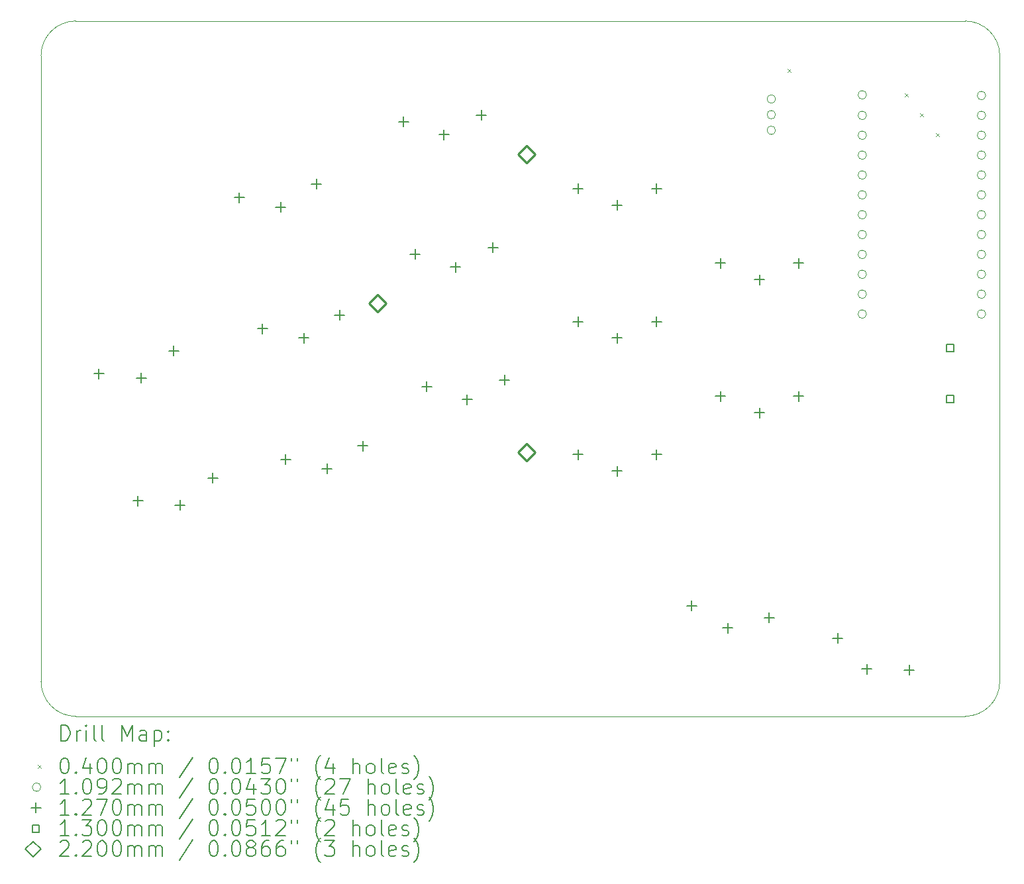
<source format=gbr>
%FSLAX45Y45*%
G04 Gerber Fmt 4.5, Leading zero omitted, Abs format (unit mm)*
G04 Created by KiCad (PCBNEW (6.0.4)) date 2022-06-17 23:20:30*
%MOMM*%
%LPD*%
G01*
G04 APERTURE LIST*
%TA.AperFunction,Profile*%
%ADD10C,0.050000*%
%TD*%
%ADD11C,0.200000*%
%ADD12C,0.040000*%
%ADD13C,0.109220*%
%ADD14C,0.127000*%
%ADD15C,0.130000*%
%ADD16C,0.220000*%
G04 APERTURE END LIST*
D10*
X16431618Y3825490D02*
X16431979Y11826325D01*
X4176475Y3825325D02*
G75*
G03*
X4620979Y3380825I444505J5D01*
G01*
X16431975Y11826325D02*
G75*
G03*
X15987479Y12270825I-444495J5D01*
G01*
X4620979Y3380825D02*
X15987118Y3380990D01*
X4176115Y11826612D02*
X4176479Y3825325D01*
X15987479Y12270825D02*
X4620615Y12271112D01*
X4620615Y12271112D02*
G75*
G03*
X4176115Y11826612I0J-444500D01*
G01*
X15987118Y3380991D02*
G75*
G03*
X16431618Y3825490I2J444499D01*
G01*
D11*
D12*
X13722043Y11656454D02*
X13762043Y11616454D01*
X13762043Y11656454D02*
X13722043Y11616454D01*
X15220000Y11345385D02*
X15260000Y11305385D01*
X15260000Y11345385D02*
X15220000Y11305385D01*
X15410459Y11089114D02*
X15450459Y11049114D01*
X15450459Y11089114D02*
X15410459Y11049114D01*
X15618978Y10834706D02*
X15658978Y10794706D01*
X15658978Y10834706D02*
X15618978Y10794706D01*
D13*
X13565589Y11273825D02*
G75*
G03*
X13565589Y11273825I-54610J0D01*
G01*
X13565589Y11073825D02*
G75*
G03*
X13565589Y11073825I-54610J0D01*
G01*
X13565589Y10873825D02*
G75*
G03*
X13565589Y10873825I-54610J0D01*
G01*
X14728331Y11326700D02*
G75*
G03*
X14728331Y11326700I-54610J0D01*
G01*
X14728331Y11064325D02*
G75*
G03*
X14728331Y11064325I-54610J0D01*
G01*
X14728331Y10810325D02*
G75*
G03*
X14728331Y10810325I-54610J0D01*
G01*
X14728331Y10556325D02*
G75*
G03*
X14728331Y10556325I-54610J0D01*
G01*
X14728331Y10302325D02*
G75*
G03*
X14728331Y10302325I-54610J0D01*
G01*
X14728331Y10048325D02*
G75*
G03*
X14728331Y10048325I-54610J0D01*
G01*
X14728331Y9794325D02*
G75*
G03*
X14728331Y9794325I-54610J0D01*
G01*
X14728331Y9540325D02*
G75*
G03*
X14728331Y9540325I-54610J0D01*
G01*
X14728331Y9286325D02*
G75*
G03*
X14728331Y9286325I-54610J0D01*
G01*
X14728331Y9032325D02*
G75*
G03*
X14728331Y9032325I-54610J0D01*
G01*
X14728331Y8778325D02*
G75*
G03*
X14728331Y8778325I-54610J0D01*
G01*
X14728331Y8524325D02*
G75*
G03*
X14728331Y8524325I-54610J0D01*
G01*
X16252331Y11318325D02*
G75*
G03*
X16252331Y11318325I-54610J0D01*
G01*
X16252331Y11064325D02*
G75*
G03*
X16252331Y11064325I-54610J0D01*
G01*
X16252331Y10810325D02*
G75*
G03*
X16252331Y10810325I-54610J0D01*
G01*
X16252331Y10556325D02*
G75*
G03*
X16252331Y10556325I-54610J0D01*
G01*
X16252331Y10302325D02*
G75*
G03*
X16252331Y10302325I-54610J0D01*
G01*
X16252331Y10048325D02*
G75*
G03*
X16252331Y10048325I-54610J0D01*
G01*
X16252331Y9794325D02*
G75*
G03*
X16252331Y9794325I-54610J0D01*
G01*
X16252331Y9540325D02*
G75*
G03*
X16252331Y9540325I-54610J0D01*
G01*
X16252331Y9286325D02*
G75*
G03*
X16252331Y9286325I-54610J0D01*
G01*
X16252331Y9032325D02*
G75*
G03*
X16252331Y9032325I-54610J0D01*
G01*
X16252331Y8778325D02*
G75*
G03*
X16252331Y8778325I-54610J0D01*
G01*
X16252331Y8524325D02*
G75*
G03*
X16252331Y8524325I-54610J0D01*
G01*
D14*
X4917175Y7826915D02*
X4917175Y7699915D01*
X4853675Y7763415D02*
X4980675Y7763415D01*
X5414207Y6201196D02*
X5414207Y6074196D01*
X5350707Y6137696D02*
X5477707Y6137696D01*
X5456725Y7772276D02*
X5456725Y7645276D01*
X5393225Y7708776D02*
X5520225Y7708776D01*
X5873479Y8119286D02*
X5873479Y7992286D01*
X5809979Y8055786D02*
X5936979Y8055786D01*
X5953757Y6146558D02*
X5953757Y6019558D01*
X5890257Y6083058D02*
X6017257Y6083058D01*
X6370511Y6493568D02*
X6370511Y6366568D01*
X6307011Y6430068D02*
X6434011Y6430068D01*
X6712293Y10076956D02*
X6712293Y9949956D01*
X6648793Y10013456D02*
X6775793Y10013456D01*
X7007495Y8402783D02*
X7007495Y8275782D01*
X6943995Y8339282D02*
X7070995Y8339282D01*
X7241163Y9956970D02*
X7241163Y9829970D01*
X7177663Y9893470D02*
X7304663Y9893470D01*
X7302697Y6728609D02*
X7302697Y6601609D01*
X7239197Y6665109D02*
X7366197Y6665109D01*
X7536365Y8282797D02*
X7536365Y8155797D01*
X7472865Y8219297D02*
X7599865Y8219297D01*
X7697101Y10250604D02*
X7697101Y10123604D01*
X7633601Y10187104D02*
X7760601Y10187104D01*
X7831567Y6608624D02*
X7831567Y6481624D01*
X7768067Y6545124D02*
X7895067Y6545124D01*
X7992303Y8576431D02*
X7992303Y8449431D01*
X7928803Y8512931D02*
X8055803Y8512931D01*
X8287505Y6902257D02*
X8287505Y6775257D01*
X8224005Y6838757D02*
X8351005Y6838757D01*
X8809021Y11046316D02*
X8809021Y10919316D01*
X8745521Y10982816D02*
X8872521Y10982816D01*
X8957186Y9352785D02*
X8957186Y9225785D01*
X8893686Y9289285D02*
X9020686Y9289285D01*
X9105351Y7659254D02*
X9105351Y7532254D01*
X9041851Y7595754D02*
X9168851Y7595754D01*
X9325422Y10880693D02*
X9325422Y10753693D01*
X9261922Y10817193D02*
X9388922Y10817193D01*
X9473586Y9187162D02*
X9473586Y9060162D01*
X9410086Y9123662D02*
X9537086Y9123662D01*
X9621751Y7493631D02*
X9621751Y7366631D01*
X9558251Y7430131D02*
X9685251Y7430131D01*
X9805216Y11133472D02*
X9805216Y11006472D01*
X9741716Y11069972D02*
X9868716Y11069972D01*
X9953381Y9439941D02*
X9953381Y9312941D01*
X9889881Y9376441D02*
X10016881Y9376441D01*
X10101546Y7746410D02*
X10101546Y7619410D01*
X10038046Y7682910D02*
X10165046Y7682910D01*
X11042479Y10191225D02*
X11042479Y10064225D01*
X10978979Y10127725D02*
X11105979Y10127725D01*
X11042479Y8491225D02*
X11042479Y8364225D01*
X10978979Y8427725D02*
X11105979Y8427725D01*
X11042479Y6791225D02*
X11042479Y6664225D01*
X10978979Y6727725D02*
X11105979Y6727725D01*
X11542479Y9981225D02*
X11542479Y9854225D01*
X11478979Y9917725D02*
X11605979Y9917725D01*
X11542479Y8281225D02*
X11542479Y8154225D01*
X11478979Y8217725D02*
X11605979Y8217725D01*
X11542479Y6581225D02*
X11542479Y6454225D01*
X11478979Y6517725D02*
X11605979Y6517725D01*
X12042479Y10191225D02*
X12042479Y10064225D01*
X11978979Y10127725D02*
X12105979Y10127725D01*
X12042479Y8491225D02*
X12042479Y8364225D01*
X11978979Y8427725D02*
X12105979Y8427725D01*
X12042479Y6791225D02*
X12042479Y6664225D01*
X11978979Y6727725D02*
X12105979Y6727725D01*
X12494322Y4860097D02*
X12494322Y4733097D01*
X12430822Y4796597D02*
X12557822Y4796597D01*
X12859949Y9237949D02*
X12859949Y9110949D01*
X12796449Y9174449D02*
X12923449Y9174449D01*
X12859949Y7537949D02*
X12859949Y7410949D01*
X12796449Y7474449D02*
X12923449Y7474449D01*
X12955315Y4574465D02*
X12955315Y4447465D01*
X12891815Y4510965D02*
X13018815Y4510965D01*
X13359949Y9027949D02*
X13359949Y8900949D01*
X13296449Y8964449D02*
X13423449Y8964449D01*
X13359949Y7327949D02*
X13359949Y7200949D01*
X13296449Y7264449D02*
X13423449Y7264449D01*
X13482011Y4703662D02*
X13482011Y4576662D01*
X13418511Y4640162D02*
X13545511Y4640162D01*
X13859949Y9237949D02*
X13859949Y9110949D01*
X13796449Y9174449D02*
X13923449Y9174449D01*
X13859949Y7537949D02*
X13859949Y7410949D01*
X13796449Y7474449D02*
X13923449Y7474449D01*
X14360146Y4443546D02*
X14360146Y4316546D01*
X14296646Y4380046D02*
X14423646Y4380046D01*
X14731504Y4048334D02*
X14731504Y3921334D01*
X14668004Y3984834D02*
X14795004Y3984834D01*
X15273692Y4036810D02*
X15273692Y3909810D01*
X15210192Y3973310D02*
X15337192Y3973310D01*
D15*
X15842941Y8041363D02*
X15842941Y8133288D01*
X15751017Y8133288D01*
X15751017Y8041363D01*
X15842941Y8041363D01*
X15842941Y7391363D02*
X15842941Y7483288D01*
X15751017Y7483288D01*
X15751017Y7391363D01*
X15842941Y7391363D01*
D16*
X8476092Y8554025D02*
X8586092Y8664025D01*
X8476092Y8774025D01*
X8366092Y8664025D01*
X8476092Y8554025D01*
X10381092Y10459025D02*
X10491092Y10569025D01*
X10381092Y10679025D01*
X10271092Y10569025D01*
X10381092Y10459025D01*
X10381092Y6649025D02*
X10491092Y6759025D01*
X10381092Y6869025D01*
X10271092Y6759025D01*
X10381092Y6649025D01*
D11*
X4431234Y3067849D02*
X4431234Y3267849D01*
X4478853Y3267849D01*
X4507424Y3258325D01*
X4526472Y3239278D01*
X4535996Y3220230D01*
X4545520Y3182135D01*
X4545520Y3153563D01*
X4535996Y3115468D01*
X4526472Y3096421D01*
X4507424Y3077373D01*
X4478853Y3067849D01*
X4431234Y3067849D01*
X4631234Y3067849D02*
X4631234Y3201182D01*
X4631234Y3163087D02*
X4640758Y3182135D01*
X4650282Y3191659D01*
X4669329Y3201182D01*
X4688377Y3201182D01*
X4755043Y3067849D02*
X4755043Y3201182D01*
X4755043Y3267849D02*
X4745520Y3258325D01*
X4755043Y3248801D01*
X4764567Y3258325D01*
X4755043Y3267849D01*
X4755043Y3248801D01*
X4878853Y3067849D02*
X4859805Y3077373D01*
X4850282Y3096421D01*
X4850282Y3267849D01*
X4983615Y3067849D02*
X4964567Y3077373D01*
X4955043Y3096421D01*
X4955043Y3267849D01*
X5212186Y3067849D02*
X5212186Y3267849D01*
X5278853Y3124992D01*
X5345520Y3267849D01*
X5345520Y3067849D01*
X5526472Y3067849D02*
X5526472Y3172611D01*
X5516948Y3191659D01*
X5497901Y3201182D01*
X5459805Y3201182D01*
X5440758Y3191659D01*
X5526472Y3077373D02*
X5507424Y3067849D01*
X5459805Y3067849D01*
X5440758Y3077373D01*
X5431234Y3096421D01*
X5431234Y3115468D01*
X5440758Y3134516D01*
X5459805Y3144040D01*
X5507424Y3144040D01*
X5526472Y3153563D01*
X5621710Y3201182D02*
X5621710Y3001182D01*
X5621710Y3191659D02*
X5640758Y3201182D01*
X5678853Y3201182D01*
X5697901Y3191659D01*
X5707424Y3182135D01*
X5716948Y3163087D01*
X5716948Y3105944D01*
X5707424Y3086897D01*
X5697901Y3077373D01*
X5678853Y3067849D01*
X5640758Y3067849D01*
X5621710Y3077373D01*
X5802662Y3086897D02*
X5812186Y3077373D01*
X5802662Y3067849D01*
X5793139Y3077373D01*
X5802662Y3086897D01*
X5802662Y3067849D01*
X5802662Y3191659D02*
X5812186Y3182135D01*
X5802662Y3172611D01*
X5793139Y3182135D01*
X5802662Y3191659D01*
X5802662Y3172611D01*
D12*
X4133615Y2758325D02*
X4173615Y2718325D01*
X4173615Y2758325D02*
X4133615Y2718325D01*
D11*
X4469329Y2847849D02*
X4488377Y2847849D01*
X4507424Y2838325D01*
X4516948Y2828801D01*
X4526472Y2809754D01*
X4535996Y2771659D01*
X4535996Y2724040D01*
X4526472Y2685944D01*
X4516948Y2666897D01*
X4507424Y2657373D01*
X4488377Y2647849D01*
X4469329Y2647849D01*
X4450282Y2657373D01*
X4440758Y2666897D01*
X4431234Y2685944D01*
X4421710Y2724040D01*
X4421710Y2771659D01*
X4431234Y2809754D01*
X4440758Y2828801D01*
X4450282Y2838325D01*
X4469329Y2847849D01*
X4621710Y2666897D02*
X4631234Y2657373D01*
X4621710Y2647849D01*
X4612186Y2657373D01*
X4621710Y2666897D01*
X4621710Y2647849D01*
X4802663Y2781183D02*
X4802663Y2647849D01*
X4755043Y2857373D02*
X4707424Y2714516D01*
X4831234Y2714516D01*
X4945520Y2847849D02*
X4964567Y2847849D01*
X4983615Y2838325D01*
X4993139Y2828801D01*
X5002663Y2809754D01*
X5012186Y2771659D01*
X5012186Y2724040D01*
X5002663Y2685944D01*
X4993139Y2666897D01*
X4983615Y2657373D01*
X4964567Y2647849D01*
X4945520Y2647849D01*
X4926472Y2657373D01*
X4916948Y2666897D01*
X4907424Y2685944D01*
X4897901Y2724040D01*
X4897901Y2771659D01*
X4907424Y2809754D01*
X4916948Y2828801D01*
X4926472Y2838325D01*
X4945520Y2847849D01*
X5135996Y2847849D02*
X5155043Y2847849D01*
X5174091Y2838325D01*
X5183615Y2828801D01*
X5193139Y2809754D01*
X5202663Y2771659D01*
X5202663Y2724040D01*
X5193139Y2685944D01*
X5183615Y2666897D01*
X5174091Y2657373D01*
X5155043Y2647849D01*
X5135996Y2647849D01*
X5116948Y2657373D01*
X5107424Y2666897D01*
X5097901Y2685944D01*
X5088377Y2724040D01*
X5088377Y2771659D01*
X5097901Y2809754D01*
X5107424Y2828801D01*
X5116948Y2838325D01*
X5135996Y2847849D01*
X5288377Y2647849D02*
X5288377Y2781183D01*
X5288377Y2762135D02*
X5297901Y2771659D01*
X5316948Y2781183D01*
X5345520Y2781183D01*
X5364567Y2771659D01*
X5374091Y2752611D01*
X5374091Y2647849D01*
X5374091Y2752611D02*
X5383615Y2771659D01*
X5402663Y2781183D01*
X5431234Y2781183D01*
X5450282Y2771659D01*
X5459805Y2752611D01*
X5459805Y2647849D01*
X5555043Y2647849D02*
X5555043Y2781183D01*
X5555043Y2762135D02*
X5564567Y2771659D01*
X5583615Y2781183D01*
X5612186Y2781183D01*
X5631234Y2771659D01*
X5640758Y2752611D01*
X5640758Y2647849D01*
X5640758Y2752611D02*
X5650281Y2771659D01*
X5669329Y2781183D01*
X5697901Y2781183D01*
X5716948Y2771659D01*
X5726472Y2752611D01*
X5726472Y2647849D01*
X6116948Y2857373D02*
X5945520Y2600230D01*
X6374091Y2847849D02*
X6393139Y2847849D01*
X6412186Y2838325D01*
X6421710Y2828801D01*
X6431234Y2809754D01*
X6440758Y2771659D01*
X6440758Y2724040D01*
X6431234Y2685944D01*
X6421710Y2666897D01*
X6412186Y2657373D01*
X6393139Y2647849D01*
X6374091Y2647849D01*
X6355043Y2657373D01*
X6345520Y2666897D01*
X6335996Y2685944D01*
X6326472Y2724040D01*
X6326472Y2771659D01*
X6335996Y2809754D01*
X6345520Y2828801D01*
X6355043Y2838325D01*
X6374091Y2847849D01*
X6526472Y2666897D02*
X6535996Y2657373D01*
X6526472Y2647849D01*
X6516948Y2657373D01*
X6526472Y2666897D01*
X6526472Y2647849D01*
X6659805Y2847849D02*
X6678853Y2847849D01*
X6697901Y2838325D01*
X6707424Y2828801D01*
X6716948Y2809754D01*
X6726472Y2771659D01*
X6726472Y2724040D01*
X6716948Y2685944D01*
X6707424Y2666897D01*
X6697901Y2657373D01*
X6678853Y2647849D01*
X6659805Y2647849D01*
X6640758Y2657373D01*
X6631234Y2666897D01*
X6621710Y2685944D01*
X6612186Y2724040D01*
X6612186Y2771659D01*
X6621710Y2809754D01*
X6631234Y2828801D01*
X6640758Y2838325D01*
X6659805Y2847849D01*
X6916948Y2647849D02*
X6802662Y2647849D01*
X6859805Y2647849D02*
X6859805Y2847849D01*
X6840758Y2819278D01*
X6821710Y2800230D01*
X6802662Y2790706D01*
X7097901Y2847849D02*
X7002662Y2847849D01*
X6993139Y2752611D01*
X7002662Y2762135D01*
X7021710Y2771659D01*
X7069329Y2771659D01*
X7088377Y2762135D01*
X7097901Y2752611D01*
X7107424Y2733563D01*
X7107424Y2685944D01*
X7097901Y2666897D01*
X7088377Y2657373D01*
X7069329Y2647849D01*
X7021710Y2647849D01*
X7002662Y2657373D01*
X6993139Y2666897D01*
X7174091Y2847849D02*
X7307424Y2847849D01*
X7221710Y2647849D01*
X7374091Y2847849D02*
X7374091Y2809754D01*
X7450281Y2847849D02*
X7450281Y2809754D01*
X7745520Y2571659D02*
X7735996Y2581183D01*
X7716948Y2609754D01*
X7707424Y2628802D01*
X7697901Y2657373D01*
X7688377Y2704992D01*
X7688377Y2743087D01*
X7697901Y2790706D01*
X7707424Y2819278D01*
X7716948Y2838325D01*
X7735996Y2866897D01*
X7745520Y2876421D01*
X7907424Y2781183D02*
X7907424Y2647849D01*
X7859805Y2857373D02*
X7812186Y2714516D01*
X7935996Y2714516D01*
X8164567Y2647849D02*
X8164567Y2847849D01*
X8250281Y2647849D02*
X8250281Y2752611D01*
X8240758Y2771659D01*
X8221710Y2781183D01*
X8193139Y2781183D01*
X8174091Y2771659D01*
X8164567Y2762135D01*
X8374091Y2647849D02*
X8355043Y2657373D01*
X8345520Y2666897D01*
X8335996Y2685944D01*
X8335996Y2743087D01*
X8345520Y2762135D01*
X8355043Y2771659D01*
X8374091Y2781183D01*
X8402663Y2781183D01*
X8421710Y2771659D01*
X8431234Y2762135D01*
X8440758Y2743087D01*
X8440758Y2685944D01*
X8431234Y2666897D01*
X8421710Y2657373D01*
X8402663Y2647849D01*
X8374091Y2647849D01*
X8555043Y2647849D02*
X8535996Y2657373D01*
X8526472Y2676421D01*
X8526472Y2847849D01*
X8707424Y2657373D02*
X8688377Y2647849D01*
X8650282Y2647849D01*
X8631234Y2657373D01*
X8621710Y2676421D01*
X8621710Y2752611D01*
X8631234Y2771659D01*
X8650282Y2781183D01*
X8688377Y2781183D01*
X8707424Y2771659D01*
X8716948Y2752611D01*
X8716948Y2733563D01*
X8621710Y2714516D01*
X8793139Y2657373D02*
X8812186Y2647849D01*
X8850282Y2647849D01*
X8869329Y2657373D01*
X8878853Y2676421D01*
X8878853Y2685944D01*
X8869329Y2704992D01*
X8850282Y2714516D01*
X8821710Y2714516D01*
X8802663Y2724040D01*
X8793139Y2743087D01*
X8793139Y2752611D01*
X8802663Y2771659D01*
X8821710Y2781183D01*
X8850282Y2781183D01*
X8869329Y2771659D01*
X8945520Y2571659D02*
X8955043Y2581183D01*
X8974091Y2609754D01*
X8983615Y2628802D01*
X8993139Y2657373D01*
X9002663Y2704992D01*
X9002663Y2743087D01*
X8993139Y2790706D01*
X8983615Y2819278D01*
X8974091Y2838325D01*
X8955043Y2866897D01*
X8945520Y2876421D01*
D13*
X4173615Y2474325D02*
G75*
G03*
X4173615Y2474325I-54610J0D01*
G01*
D11*
X4535996Y2383849D02*
X4421710Y2383849D01*
X4478853Y2383849D02*
X4478853Y2583849D01*
X4459805Y2555278D01*
X4440758Y2536230D01*
X4421710Y2526706D01*
X4621710Y2402897D02*
X4631234Y2393373D01*
X4621710Y2383849D01*
X4612186Y2393373D01*
X4621710Y2402897D01*
X4621710Y2383849D01*
X4755043Y2583849D02*
X4774091Y2583849D01*
X4793139Y2574325D01*
X4802663Y2564802D01*
X4812186Y2545754D01*
X4821710Y2507659D01*
X4821710Y2460040D01*
X4812186Y2421944D01*
X4802663Y2402897D01*
X4793139Y2393373D01*
X4774091Y2383849D01*
X4755043Y2383849D01*
X4735996Y2393373D01*
X4726472Y2402897D01*
X4716948Y2421944D01*
X4707424Y2460040D01*
X4707424Y2507659D01*
X4716948Y2545754D01*
X4726472Y2564802D01*
X4735996Y2574325D01*
X4755043Y2583849D01*
X4916948Y2383849D02*
X4955043Y2383849D01*
X4974091Y2393373D01*
X4983615Y2402897D01*
X5002663Y2431468D01*
X5012186Y2469563D01*
X5012186Y2545754D01*
X5002663Y2564802D01*
X4993139Y2574325D01*
X4974091Y2583849D01*
X4935996Y2583849D01*
X4916948Y2574325D01*
X4907424Y2564802D01*
X4897901Y2545754D01*
X4897901Y2498135D01*
X4907424Y2479087D01*
X4916948Y2469563D01*
X4935996Y2460040D01*
X4974091Y2460040D01*
X4993139Y2469563D01*
X5002663Y2479087D01*
X5012186Y2498135D01*
X5088377Y2564802D02*
X5097901Y2574325D01*
X5116948Y2583849D01*
X5164567Y2583849D01*
X5183615Y2574325D01*
X5193139Y2564802D01*
X5202663Y2545754D01*
X5202663Y2526706D01*
X5193139Y2498135D01*
X5078853Y2383849D01*
X5202663Y2383849D01*
X5288377Y2383849D02*
X5288377Y2517183D01*
X5288377Y2498135D02*
X5297901Y2507659D01*
X5316948Y2517183D01*
X5345520Y2517183D01*
X5364567Y2507659D01*
X5374091Y2488611D01*
X5374091Y2383849D01*
X5374091Y2488611D02*
X5383615Y2507659D01*
X5402663Y2517183D01*
X5431234Y2517183D01*
X5450282Y2507659D01*
X5459805Y2488611D01*
X5459805Y2383849D01*
X5555043Y2383849D02*
X5555043Y2517183D01*
X5555043Y2498135D02*
X5564567Y2507659D01*
X5583615Y2517183D01*
X5612186Y2517183D01*
X5631234Y2507659D01*
X5640758Y2488611D01*
X5640758Y2383849D01*
X5640758Y2488611D02*
X5650281Y2507659D01*
X5669329Y2517183D01*
X5697901Y2517183D01*
X5716948Y2507659D01*
X5726472Y2488611D01*
X5726472Y2383849D01*
X6116948Y2593373D02*
X5945520Y2336230D01*
X6374091Y2583849D02*
X6393139Y2583849D01*
X6412186Y2574325D01*
X6421710Y2564802D01*
X6431234Y2545754D01*
X6440758Y2507659D01*
X6440758Y2460040D01*
X6431234Y2421944D01*
X6421710Y2402897D01*
X6412186Y2393373D01*
X6393139Y2383849D01*
X6374091Y2383849D01*
X6355043Y2393373D01*
X6345520Y2402897D01*
X6335996Y2421944D01*
X6326472Y2460040D01*
X6326472Y2507659D01*
X6335996Y2545754D01*
X6345520Y2564802D01*
X6355043Y2574325D01*
X6374091Y2583849D01*
X6526472Y2402897D02*
X6535996Y2393373D01*
X6526472Y2383849D01*
X6516948Y2393373D01*
X6526472Y2402897D01*
X6526472Y2383849D01*
X6659805Y2583849D02*
X6678853Y2583849D01*
X6697901Y2574325D01*
X6707424Y2564802D01*
X6716948Y2545754D01*
X6726472Y2507659D01*
X6726472Y2460040D01*
X6716948Y2421944D01*
X6707424Y2402897D01*
X6697901Y2393373D01*
X6678853Y2383849D01*
X6659805Y2383849D01*
X6640758Y2393373D01*
X6631234Y2402897D01*
X6621710Y2421944D01*
X6612186Y2460040D01*
X6612186Y2507659D01*
X6621710Y2545754D01*
X6631234Y2564802D01*
X6640758Y2574325D01*
X6659805Y2583849D01*
X6897901Y2517183D02*
X6897901Y2383849D01*
X6850281Y2593373D02*
X6802662Y2450516D01*
X6926472Y2450516D01*
X6983615Y2583849D02*
X7107424Y2583849D01*
X7040758Y2507659D01*
X7069329Y2507659D01*
X7088377Y2498135D01*
X7097901Y2488611D01*
X7107424Y2469563D01*
X7107424Y2421944D01*
X7097901Y2402897D01*
X7088377Y2393373D01*
X7069329Y2383849D01*
X7012186Y2383849D01*
X6993139Y2393373D01*
X6983615Y2402897D01*
X7231234Y2583849D02*
X7250281Y2583849D01*
X7269329Y2574325D01*
X7278853Y2564802D01*
X7288377Y2545754D01*
X7297901Y2507659D01*
X7297901Y2460040D01*
X7288377Y2421944D01*
X7278853Y2402897D01*
X7269329Y2393373D01*
X7250281Y2383849D01*
X7231234Y2383849D01*
X7212186Y2393373D01*
X7202662Y2402897D01*
X7193139Y2421944D01*
X7183615Y2460040D01*
X7183615Y2507659D01*
X7193139Y2545754D01*
X7202662Y2564802D01*
X7212186Y2574325D01*
X7231234Y2583849D01*
X7374091Y2583849D02*
X7374091Y2545754D01*
X7450281Y2583849D02*
X7450281Y2545754D01*
X7745520Y2307659D02*
X7735996Y2317183D01*
X7716948Y2345754D01*
X7707424Y2364802D01*
X7697901Y2393373D01*
X7688377Y2440992D01*
X7688377Y2479087D01*
X7697901Y2526706D01*
X7707424Y2555278D01*
X7716948Y2574325D01*
X7735996Y2602897D01*
X7745520Y2612421D01*
X7812186Y2564802D02*
X7821710Y2574325D01*
X7840758Y2583849D01*
X7888377Y2583849D01*
X7907424Y2574325D01*
X7916948Y2564802D01*
X7926472Y2545754D01*
X7926472Y2526706D01*
X7916948Y2498135D01*
X7802662Y2383849D01*
X7926472Y2383849D01*
X7993139Y2583849D02*
X8126472Y2583849D01*
X8040758Y2383849D01*
X8355043Y2383849D02*
X8355043Y2583849D01*
X8440758Y2383849D02*
X8440758Y2488611D01*
X8431234Y2507659D01*
X8412186Y2517183D01*
X8383615Y2517183D01*
X8364567Y2507659D01*
X8355043Y2498135D01*
X8564567Y2383849D02*
X8545520Y2393373D01*
X8535996Y2402897D01*
X8526472Y2421944D01*
X8526472Y2479087D01*
X8535996Y2498135D01*
X8545520Y2507659D01*
X8564567Y2517183D01*
X8593139Y2517183D01*
X8612186Y2507659D01*
X8621710Y2498135D01*
X8631234Y2479087D01*
X8631234Y2421944D01*
X8621710Y2402897D01*
X8612186Y2393373D01*
X8593139Y2383849D01*
X8564567Y2383849D01*
X8745520Y2383849D02*
X8726472Y2393373D01*
X8716948Y2412421D01*
X8716948Y2583849D01*
X8897901Y2393373D02*
X8878853Y2383849D01*
X8840758Y2383849D01*
X8821710Y2393373D01*
X8812186Y2412421D01*
X8812186Y2488611D01*
X8821710Y2507659D01*
X8840758Y2517183D01*
X8878853Y2517183D01*
X8897901Y2507659D01*
X8907424Y2488611D01*
X8907424Y2469563D01*
X8812186Y2450516D01*
X8983615Y2393373D02*
X9002663Y2383849D01*
X9040758Y2383849D01*
X9059805Y2393373D01*
X9069329Y2412421D01*
X9069329Y2421944D01*
X9059805Y2440992D01*
X9040758Y2450516D01*
X9012186Y2450516D01*
X8993139Y2460040D01*
X8983615Y2479087D01*
X8983615Y2488611D01*
X8993139Y2507659D01*
X9012186Y2517183D01*
X9040758Y2517183D01*
X9059805Y2507659D01*
X9135996Y2307659D02*
X9145520Y2317183D01*
X9164567Y2345754D01*
X9174091Y2364802D01*
X9183615Y2393373D01*
X9193139Y2440992D01*
X9193139Y2479087D01*
X9183615Y2526706D01*
X9174091Y2555278D01*
X9164567Y2574325D01*
X9145520Y2602897D01*
X9135996Y2612421D01*
D14*
X4110115Y2273825D02*
X4110115Y2146825D01*
X4046615Y2210325D02*
X4173615Y2210325D01*
D11*
X4535996Y2119849D02*
X4421710Y2119849D01*
X4478853Y2119849D02*
X4478853Y2319849D01*
X4459805Y2291278D01*
X4440758Y2272230D01*
X4421710Y2262706D01*
X4621710Y2138897D02*
X4631234Y2129373D01*
X4621710Y2119849D01*
X4612186Y2129373D01*
X4621710Y2138897D01*
X4621710Y2119849D01*
X4707424Y2300802D02*
X4716948Y2310325D01*
X4735996Y2319849D01*
X4783615Y2319849D01*
X4802663Y2310325D01*
X4812186Y2300802D01*
X4821710Y2281754D01*
X4821710Y2262706D01*
X4812186Y2234135D01*
X4697901Y2119849D01*
X4821710Y2119849D01*
X4888377Y2319849D02*
X5021710Y2319849D01*
X4935996Y2119849D01*
X5135996Y2319849D02*
X5155043Y2319849D01*
X5174091Y2310325D01*
X5183615Y2300802D01*
X5193139Y2281754D01*
X5202663Y2243659D01*
X5202663Y2196040D01*
X5193139Y2157944D01*
X5183615Y2138897D01*
X5174091Y2129373D01*
X5155043Y2119849D01*
X5135996Y2119849D01*
X5116948Y2129373D01*
X5107424Y2138897D01*
X5097901Y2157944D01*
X5088377Y2196040D01*
X5088377Y2243659D01*
X5097901Y2281754D01*
X5107424Y2300802D01*
X5116948Y2310325D01*
X5135996Y2319849D01*
X5288377Y2119849D02*
X5288377Y2253183D01*
X5288377Y2234135D02*
X5297901Y2243659D01*
X5316948Y2253183D01*
X5345520Y2253183D01*
X5364567Y2243659D01*
X5374091Y2224611D01*
X5374091Y2119849D01*
X5374091Y2224611D02*
X5383615Y2243659D01*
X5402663Y2253183D01*
X5431234Y2253183D01*
X5450282Y2243659D01*
X5459805Y2224611D01*
X5459805Y2119849D01*
X5555043Y2119849D02*
X5555043Y2253183D01*
X5555043Y2234135D02*
X5564567Y2243659D01*
X5583615Y2253183D01*
X5612186Y2253183D01*
X5631234Y2243659D01*
X5640758Y2224611D01*
X5640758Y2119849D01*
X5640758Y2224611D02*
X5650281Y2243659D01*
X5669329Y2253183D01*
X5697901Y2253183D01*
X5716948Y2243659D01*
X5726472Y2224611D01*
X5726472Y2119849D01*
X6116948Y2329373D02*
X5945520Y2072230D01*
X6374091Y2319849D02*
X6393139Y2319849D01*
X6412186Y2310325D01*
X6421710Y2300802D01*
X6431234Y2281754D01*
X6440758Y2243659D01*
X6440758Y2196040D01*
X6431234Y2157944D01*
X6421710Y2138897D01*
X6412186Y2129373D01*
X6393139Y2119849D01*
X6374091Y2119849D01*
X6355043Y2129373D01*
X6345520Y2138897D01*
X6335996Y2157944D01*
X6326472Y2196040D01*
X6326472Y2243659D01*
X6335996Y2281754D01*
X6345520Y2300802D01*
X6355043Y2310325D01*
X6374091Y2319849D01*
X6526472Y2138897D02*
X6535996Y2129373D01*
X6526472Y2119849D01*
X6516948Y2129373D01*
X6526472Y2138897D01*
X6526472Y2119849D01*
X6659805Y2319849D02*
X6678853Y2319849D01*
X6697901Y2310325D01*
X6707424Y2300802D01*
X6716948Y2281754D01*
X6726472Y2243659D01*
X6726472Y2196040D01*
X6716948Y2157944D01*
X6707424Y2138897D01*
X6697901Y2129373D01*
X6678853Y2119849D01*
X6659805Y2119849D01*
X6640758Y2129373D01*
X6631234Y2138897D01*
X6621710Y2157944D01*
X6612186Y2196040D01*
X6612186Y2243659D01*
X6621710Y2281754D01*
X6631234Y2300802D01*
X6640758Y2310325D01*
X6659805Y2319849D01*
X6907424Y2319849D02*
X6812186Y2319849D01*
X6802662Y2224611D01*
X6812186Y2234135D01*
X6831234Y2243659D01*
X6878853Y2243659D01*
X6897901Y2234135D01*
X6907424Y2224611D01*
X6916948Y2205563D01*
X6916948Y2157944D01*
X6907424Y2138897D01*
X6897901Y2129373D01*
X6878853Y2119849D01*
X6831234Y2119849D01*
X6812186Y2129373D01*
X6802662Y2138897D01*
X7040758Y2319849D02*
X7059805Y2319849D01*
X7078853Y2310325D01*
X7088377Y2300802D01*
X7097901Y2281754D01*
X7107424Y2243659D01*
X7107424Y2196040D01*
X7097901Y2157944D01*
X7088377Y2138897D01*
X7078853Y2129373D01*
X7059805Y2119849D01*
X7040758Y2119849D01*
X7021710Y2129373D01*
X7012186Y2138897D01*
X7002662Y2157944D01*
X6993139Y2196040D01*
X6993139Y2243659D01*
X7002662Y2281754D01*
X7012186Y2300802D01*
X7021710Y2310325D01*
X7040758Y2319849D01*
X7231234Y2319849D02*
X7250281Y2319849D01*
X7269329Y2310325D01*
X7278853Y2300802D01*
X7288377Y2281754D01*
X7297901Y2243659D01*
X7297901Y2196040D01*
X7288377Y2157944D01*
X7278853Y2138897D01*
X7269329Y2129373D01*
X7250281Y2119849D01*
X7231234Y2119849D01*
X7212186Y2129373D01*
X7202662Y2138897D01*
X7193139Y2157944D01*
X7183615Y2196040D01*
X7183615Y2243659D01*
X7193139Y2281754D01*
X7202662Y2300802D01*
X7212186Y2310325D01*
X7231234Y2319849D01*
X7374091Y2319849D02*
X7374091Y2281754D01*
X7450281Y2319849D02*
X7450281Y2281754D01*
X7745520Y2043659D02*
X7735996Y2053182D01*
X7716948Y2081754D01*
X7707424Y2100802D01*
X7697901Y2129373D01*
X7688377Y2176992D01*
X7688377Y2215087D01*
X7697901Y2262706D01*
X7707424Y2291278D01*
X7716948Y2310325D01*
X7735996Y2338897D01*
X7745520Y2348421D01*
X7907424Y2253183D02*
X7907424Y2119849D01*
X7859805Y2329373D02*
X7812186Y2186516D01*
X7935996Y2186516D01*
X8107424Y2319849D02*
X8012186Y2319849D01*
X8002662Y2224611D01*
X8012186Y2234135D01*
X8031234Y2243659D01*
X8078853Y2243659D01*
X8097901Y2234135D01*
X8107424Y2224611D01*
X8116948Y2205563D01*
X8116948Y2157944D01*
X8107424Y2138897D01*
X8097901Y2129373D01*
X8078853Y2119849D01*
X8031234Y2119849D01*
X8012186Y2129373D01*
X8002662Y2138897D01*
X8355043Y2119849D02*
X8355043Y2319849D01*
X8440758Y2119849D02*
X8440758Y2224611D01*
X8431234Y2243659D01*
X8412186Y2253183D01*
X8383615Y2253183D01*
X8364567Y2243659D01*
X8355043Y2234135D01*
X8564567Y2119849D02*
X8545520Y2129373D01*
X8535996Y2138897D01*
X8526472Y2157944D01*
X8526472Y2215087D01*
X8535996Y2234135D01*
X8545520Y2243659D01*
X8564567Y2253183D01*
X8593139Y2253183D01*
X8612186Y2243659D01*
X8621710Y2234135D01*
X8631234Y2215087D01*
X8631234Y2157944D01*
X8621710Y2138897D01*
X8612186Y2129373D01*
X8593139Y2119849D01*
X8564567Y2119849D01*
X8745520Y2119849D02*
X8726472Y2129373D01*
X8716948Y2148421D01*
X8716948Y2319849D01*
X8897901Y2129373D02*
X8878853Y2119849D01*
X8840758Y2119849D01*
X8821710Y2129373D01*
X8812186Y2148421D01*
X8812186Y2224611D01*
X8821710Y2243659D01*
X8840758Y2253183D01*
X8878853Y2253183D01*
X8897901Y2243659D01*
X8907424Y2224611D01*
X8907424Y2205563D01*
X8812186Y2186516D01*
X8983615Y2129373D02*
X9002663Y2119849D01*
X9040758Y2119849D01*
X9059805Y2129373D01*
X9069329Y2148421D01*
X9069329Y2157944D01*
X9059805Y2176992D01*
X9040758Y2186516D01*
X9012186Y2186516D01*
X8993139Y2196040D01*
X8983615Y2215087D01*
X8983615Y2224611D01*
X8993139Y2243659D01*
X9012186Y2253183D01*
X9040758Y2253183D01*
X9059805Y2243659D01*
X9135996Y2043659D02*
X9145520Y2053182D01*
X9164567Y2081754D01*
X9174091Y2100802D01*
X9183615Y2129373D01*
X9193139Y2176992D01*
X9193139Y2215087D01*
X9183615Y2262706D01*
X9174091Y2291278D01*
X9164567Y2310325D01*
X9145520Y2338897D01*
X9135996Y2348421D01*
D15*
X4154577Y1900363D02*
X4154577Y1992288D01*
X4062652Y1992288D01*
X4062652Y1900363D01*
X4154577Y1900363D01*
D11*
X4535996Y1855849D02*
X4421710Y1855849D01*
X4478853Y1855849D02*
X4478853Y2055849D01*
X4459805Y2027278D01*
X4440758Y2008230D01*
X4421710Y1998706D01*
X4621710Y1874897D02*
X4631234Y1865373D01*
X4621710Y1855849D01*
X4612186Y1865373D01*
X4621710Y1874897D01*
X4621710Y1855849D01*
X4697901Y2055849D02*
X4821710Y2055849D01*
X4755043Y1979659D01*
X4783615Y1979659D01*
X4802663Y1970135D01*
X4812186Y1960611D01*
X4821710Y1941563D01*
X4821710Y1893944D01*
X4812186Y1874897D01*
X4802663Y1865373D01*
X4783615Y1855849D01*
X4726472Y1855849D01*
X4707424Y1865373D01*
X4697901Y1874897D01*
X4945520Y2055849D02*
X4964567Y2055849D01*
X4983615Y2046325D01*
X4993139Y2036801D01*
X5002663Y2017754D01*
X5012186Y1979659D01*
X5012186Y1932040D01*
X5002663Y1893944D01*
X4993139Y1874897D01*
X4983615Y1865373D01*
X4964567Y1855849D01*
X4945520Y1855849D01*
X4926472Y1865373D01*
X4916948Y1874897D01*
X4907424Y1893944D01*
X4897901Y1932040D01*
X4897901Y1979659D01*
X4907424Y2017754D01*
X4916948Y2036801D01*
X4926472Y2046325D01*
X4945520Y2055849D01*
X5135996Y2055849D02*
X5155043Y2055849D01*
X5174091Y2046325D01*
X5183615Y2036801D01*
X5193139Y2017754D01*
X5202663Y1979659D01*
X5202663Y1932040D01*
X5193139Y1893944D01*
X5183615Y1874897D01*
X5174091Y1865373D01*
X5155043Y1855849D01*
X5135996Y1855849D01*
X5116948Y1865373D01*
X5107424Y1874897D01*
X5097901Y1893944D01*
X5088377Y1932040D01*
X5088377Y1979659D01*
X5097901Y2017754D01*
X5107424Y2036801D01*
X5116948Y2046325D01*
X5135996Y2055849D01*
X5288377Y1855849D02*
X5288377Y1989182D01*
X5288377Y1970135D02*
X5297901Y1979659D01*
X5316948Y1989182D01*
X5345520Y1989182D01*
X5364567Y1979659D01*
X5374091Y1960611D01*
X5374091Y1855849D01*
X5374091Y1960611D02*
X5383615Y1979659D01*
X5402663Y1989182D01*
X5431234Y1989182D01*
X5450282Y1979659D01*
X5459805Y1960611D01*
X5459805Y1855849D01*
X5555043Y1855849D02*
X5555043Y1989182D01*
X5555043Y1970135D02*
X5564567Y1979659D01*
X5583615Y1989182D01*
X5612186Y1989182D01*
X5631234Y1979659D01*
X5640758Y1960611D01*
X5640758Y1855849D01*
X5640758Y1960611D02*
X5650281Y1979659D01*
X5669329Y1989182D01*
X5697901Y1989182D01*
X5716948Y1979659D01*
X5726472Y1960611D01*
X5726472Y1855849D01*
X6116948Y2065373D02*
X5945520Y1808230D01*
X6374091Y2055849D02*
X6393139Y2055849D01*
X6412186Y2046325D01*
X6421710Y2036801D01*
X6431234Y2017754D01*
X6440758Y1979659D01*
X6440758Y1932040D01*
X6431234Y1893944D01*
X6421710Y1874897D01*
X6412186Y1865373D01*
X6393139Y1855849D01*
X6374091Y1855849D01*
X6355043Y1865373D01*
X6345520Y1874897D01*
X6335996Y1893944D01*
X6326472Y1932040D01*
X6326472Y1979659D01*
X6335996Y2017754D01*
X6345520Y2036801D01*
X6355043Y2046325D01*
X6374091Y2055849D01*
X6526472Y1874897D02*
X6535996Y1865373D01*
X6526472Y1855849D01*
X6516948Y1865373D01*
X6526472Y1874897D01*
X6526472Y1855849D01*
X6659805Y2055849D02*
X6678853Y2055849D01*
X6697901Y2046325D01*
X6707424Y2036801D01*
X6716948Y2017754D01*
X6726472Y1979659D01*
X6726472Y1932040D01*
X6716948Y1893944D01*
X6707424Y1874897D01*
X6697901Y1865373D01*
X6678853Y1855849D01*
X6659805Y1855849D01*
X6640758Y1865373D01*
X6631234Y1874897D01*
X6621710Y1893944D01*
X6612186Y1932040D01*
X6612186Y1979659D01*
X6621710Y2017754D01*
X6631234Y2036801D01*
X6640758Y2046325D01*
X6659805Y2055849D01*
X6907424Y2055849D02*
X6812186Y2055849D01*
X6802662Y1960611D01*
X6812186Y1970135D01*
X6831234Y1979659D01*
X6878853Y1979659D01*
X6897901Y1970135D01*
X6907424Y1960611D01*
X6916948Y1941563D01*
X6916948Y1893944D01*
X6907424Y1874897D01*
X6897901Y1865373D01*
X6878853Y1855849D01*
X6831234Y1855849D01*
X6812186Y1865373D01*
X6802662Y1874897D01*
X7107424Y1855849D02*
X6993139Y1855849D01*
X7050281Y1855849D02*
X7050281Y2055849D01*
X7031234Y2027278D01*
X7012186Y2008230D01*
X6993139Y1998706D01*
X7183615Y2036801D02*
X7193139Y2046325D01*
X7212186Y2055849D01*
X7259805Y2055849D01*
X7278853Y2046325D01*
X7288377Y2036801D01*
X7297901Y2017754D01*
X7297901Y1998706D01*
X7288377Y1970135D01*
X7174091Y1855849D01*
X7297901Y1855849D01*
X7374091Y2055849D02*
X7374091Y2017754D01*
X7450281Y2055849D02*
X7450281Y2017754D01*
X7745520Y1779659D02*
X7735996Y1789182D01*
X7716948Y1817754D01*
X7707424Y1836801D01*
X7697901Y1865373D01*
X7688377Y1912992D01*
X7688377Y1951087D01*
X7697901Y1998706D01*
X7707424Y2027278D01*
X7716948Y2046325D01*
X7735996Y2074897D01*
X7745520Y2084421D01*
X7812186Y2036801D02*
X7821710Y2046325D01*
X7840758Y2055849D01*
X7888377Y2055849D01*
X7907424Y2046325D01*
X7916948Y2036801D01*
X7926472Y2017754D01*
X7926472Y1998706D01*
X7916948Y1970135D01*
X7802662Y1855849D01*
X7926472Y1855849D01*
X8164567Y1855849D02*
X8164567Y2055849D01*
X8250281Y1855849D02*
X8250281Y1960611D01*
X8240758Y1979659D01*
X8221710Y1989182D01*
X8193139Y1989182D01*
X8174091Y1979659D01*
X8164567Y1970135D01*
X8374091Y1855849D02*
X8355043Y1865373D01*
X8345520Y1874897D01*
X8335996Y1893944D01*
X8335996Y1951087D01*
X8345520Y1970135D01*
X8355043Y1979659D01*
X8374091Y1989182D01*
X8402663Y1989182D01*
X8421710Y1979659D01*
X8431234Y1970135D01*
X8440758Y1951087D01*
X8440758Y1893944D01*
X8431234Y1874897D01*
X8421710Y1865373D01*
X8402663Y1855849D01*
X8374091Y1855849D01*
X8555043Y1855849D02*
X8535996Y1865373D01*
X8526472Y1884421D01*
X8526472Y2055849D01*
X8707424Y1865373D02*
X8688377Y1855849D01*
X8650282Y1855849D01*
X8631234Y1865373D01*
X8621710Y1884421D01*
X8621710Y1960611D01*
X8631234Y1979659D01*
X8650282Y1989182D01*
X8688377Y1989182D01*
X8707424Y1979659D01*
X8716948Y1960611D01*
X8716948Y1941563D01*
X8621710Y1922516D01*
X8793139Y1865373D02*
X8812186Y1855849D01*
X8850282Y1855849D01*
X8869329Y1865373D01*
X8878853Y1884421D01*
X8878853Y1893944D01*
X8869329Y1912992D01*
X8850282Y1922516D01*
X8821710Y1922516D01*
X8802663Y1932040D01*
X8793139Y1951087D01*
X8793139Y1960611D01*
X8802663Y1979659D01*
X8821710Y1989182D01*
X8850282Y1989182D01*
X8869329Y1979659D01*
X8945520Y1779659D02*
X8955043Y1789182D01*
X8974091Y1817754D01*
X8983615Y1836801D01*
X8993139Y1865373D01*
X9002663Y1912992D01*
X9002663Y1951087D01*
X8993139Y1998706D01*
X8983615Y2027278D01*
X8974091Y2046325D01*
X8955043Y2074897D01*
X8945520Y2084421D01*
X4073615Y1582325D02*
X4173615Y1682325D01*
X4073615Y1782325D01*
X3973615Y1682325D01*
X4073615Y1582325D01*
X4421710Y1772801D02*
X4431234Y1782325D01*
X4450282Y1791849D01*
X4497901Y1791849D01*
X4516948Y1782325D01*
X4526472Y1772801D01*
X4535996Y1753754D01*
X4535996Y1734706D01*
X4526472Y1706135D01*
X4412186Y1591849D01*
X4535996Y1591849D01*
X4621710Y1610897D02*
X4631234Y1601373D01*
X4621710Y1591849D01*
X4612186Y1601373D01*
X4621710Y1610897D01*
X4621710Y1591849D01*
X4707424Y1772801D02*
X4716948Y1782325D01*
X4735996Y1791849D01*
X4783615Y1791849D01*
X4802663Y1782325D01*
X4812186Y1772801D01*
X4821710Y1753754D01*
X4821710Y1734706D01*
X4812186Y1706135D01*
X4697901Y1591849D01*
X4821710Y1591849D01*
X4945520Y1791849D02*
X4964567Y1791849D01*
X4983615Y1782325D01*
X4993139Y1772801D01*
X5002663Y1753754D01*
X5012186Y1715659D01*
X5012186Y1668040D01*
X5002663Y1629944D01*
X4993139Y1610897D01*
X4983615Y1601373D01*
X4964567Y1591849D01*
X4945520Y1591849D01*
X4926472Y1601373D01*
X4916948Y1610897D01*
X4907424Y1629944D01*
X4897901Y1668040D01*
X4897901Y1715659D01*
X4907424Y1753754D01*
X4916948Y1772801D01*
X4926472Y1782325D01*
X4945520Y1791849D01*
X5135996Y1791849D02*
X5155043Y1791849D01*
X5174091Y1782325D01*
X5183615Y1772801D01*
X5193139Y1753754D01*
X5202663Y1715659D01*
X5202663Y1668040D01*
X5193139Y1629944D01*
X5183615Y1610897D01*
X5174091Y1601373D01*
X5155043Y1591849D01*
X5135996Y1591849D01*
X5116948Y1601373D01*
X5107424Y1610897D01*
X5097901Y1629944D01*
X5088377Y1668040D01*
X5088377Y1715659D01*
X5097901Y1753754D01*
X5107424Y1772801D01*
X5116948Y1782325D01*
X5135996Y1791849D01*
X5288377Y1591849D02*
X5288377Y1725182D01*
X5288377Y1706135D02*
X5297901Y1715659D01*
X5316948Y1725182D01*
X5345520Y1725182D01*
X5364567Y1715659D01*
X5374091Y1696611D01*
X5374091Y1591849D01*
X5374091Y1696611D02*
X5383615Y1715659D01*
X5402663Y1725182D01*
X5431234Y1725182D01*
X5450282Y1715659D01*
X5459805Y1696611D01*
X5459805Y1591849D01*
X5555043Y1591849D02*
X5555043Y1725182D01*
X5555043Y1706135D02*
X5564567Y1715659D01*
X5583615Y1725182D01*
X5612186Y1725182D01*
X5631234Y1715659D01*
X5640758Y1696611D01*
X5640758Y1591849D01*
X5640758Y1696611D02*
X5650281Y1715659D01*
X5669329Y1725182D01*
X5697901Y1725182D01*
X5716948Y1715659D01*
X5726472Y1696611D01*
X5726472Y1591849D01*
X6116948Y1801373D02*
X5945520Y1544230D01*
X6374091Y1791849D02*
X6393139Y1791849D01*
X6412186Y1782325D01*
X6421710Y1772801D01*
X6431234Y1753754D01*
X6440758Y1715659D01*
X6440758Y1668040D01*
X6431234Y1629944D01*
X6421710Y1610897D01*
X6412186Y1601373D01*
X6393139Y1591849D01*
X6374091Y1591849D01*
X6355043Y1601373D01*
X6345520Y1610897D01*
X6335996Y1629944D01*
X6326472Y1668040D01*
X6326472Y1715659D01*
X6335996Y1753754D01*
X6345520Y1772801D01*
X6355043Y1782325D01*
X6374091Y1791849D01*
X6526472Y1610897D02*
X6535996Y1601373D01*
X6526472Y1591849D01*
X6516948Y1601373D01*
X6526472Y1610897D01*
X6526472Y1591849D01*
X6659805Y1791849D02*
X6678853Y1791849D01*
X6697901Y1782325D01*
X6707424Y1772801D01*
X6716948Y1753754D01*
X6726472Y1715659D01*
X6726472Y1668040D01*
X6716948Y1629944D01*
X6707424Y1610897D01*
X6697901Y1601373D01*
X6678853Y1591849D01*
X6659805Y1591849D01*
X6640758Y1601373D01*
X6631234Y1610897D01*
X6621710Y1629944D01*
X6612186Y1668040D01*
X6612186Y1715659D01*
X6621710Y1753754D01*
X6631234Y1772801D01*
X6640758Y1782325D01*
X6659805Y1791849D01*
X6840758Y1706135D02*
X6821710Y1715659D01*
X6812186Y1725182D01*
X6802662Y1744230D01*
X6802662Y1753754D01*
X6812186Y1772801D01*
X6821710Y1782325D01*
X6840758Y1791849D01*
X6878853Y1791849D01*
X6897901Y1782325D01*
X6907424Y1772801D01*
X6916948Y1753754D01*
X6916948Y1744230D01*
X6907424Y1725182D01*
X6897901Y1715659D01*
X6878853Y1706135D01*
X6840758Y1706135D01*
X6821710Y1696611D01*
X6812186Y1687087D01*
X6802662Y1668040D01*
X6802662Y1629944D01*
X6812186Y1610897D01*
X6821710Y1601373D01*
X6840758Y1591849D01*
X6878853Y1591849D01*
X6897901Y1601373D01*
X6907424Y1610897D01*
X6916948Y1629944D01*
X6916948Y1668040D01*
X6907424Y1687087D01*
X6897901Y1696611D01*
X6878853Y1706135D01*
X7088377Y1791849D02*
X7050281Y1791849D01*
X7031234Y1782325D01*
X7021710Y1772801D01*
X7002662Y1744230D01*
X6993139Y1706135D01*
X6993139Y1629944D01*
X7002662Y1610897D01*
X7012186Y1601373D01*
X7031234Y1591849D01*
X7069329Y1591849D01*
X7088377Y1601373D01*
X7097901Y1610897D01*
X7107424Y1629944D01*
X7107424Y1677563D01*
X7097901Y1696611D01*
X7088377Y1706135D01*
X7069329Y1715659D01*
X7031234Y1715659D01*
X7012186Y1706135D01*
X7002662Y1696611D01*
X6993139Y1677563D01*
X7278853Y1791849D02*
X7240758Y1791849D01*
X7221710Y1782325D01*
X7212186Y1772801D01*
X7193139Y1744230D01*
X7183615Y1706135D01*
X7183615Y1629944D01*
X7193139Y1610897D01*
X7202662Y1601373D01*
X7221710Y1591849D01*
X7259805Y1591849D01*
X7278853Y1601373D01*
X7288377Y1610897D01*
X7297901Y1629944D01*
X7297901Y1677563D01*
X7288377Y1696611D01*
X7278853Y1706135D01*
X7259805Y1715659D01*
X7221710Y1715659D01*
X7202662Y1706135D01*
X7193139Y1696611D01*
X7183615Y1677563D01*
X7374091Y1791849D02*
X7374091Y1753754D01*
X7450281Y1791849D02*
X7450281Y1753754D01*
X7745520Y1515659D02*
X7735996Y1525182D01*
X7716948Y1553754D01*
X7707424Y1572801D01*
X7697901Y1601373D01*
X7688377Y1648992D01*
X7688377Y1687087D01*
X7697901Y1734706D01*
X7707424Y1763278D01*
X7716948Y1782325D01*
X7735996Y1810897D01*
X7745520Y1820421D01*
X7802662Y1791849D02*
X7926472Y1791849D01*
X7859805Y1715659D01*
X7888377Y1715659D01*
X7907424Y1706135D01*
X7916948Y1696611D01*
X7926472Y1677563D01*
X7926472Y1629944D01*
X7916948Y1610897D01*
X7907424Y1601373D01*
X7888377Y1591849D01*
X7831234Y1591849D01*
X7812186Y1601373D01*
X7802662Y1610897D01*
X8164567Y1591849D02*
X8164567Y1791849D01*
X8250281Y1591849D02*
X8250281Y1696611D01*
X8240758Y1715659D01*
X8221710Y1725182D01*
X8193139Y1725182D01*
X8174091Y1715659D01*
X8164567Y1706135D01*
X8374091Y1591849D02*
X8355043Y1601373D01*
X8345520Y1610897D01*
X8335996Y1629944D01*
X8335996Y1687087D01*
X8345520Y1706135D01*
X8355043Y1715659D01*
X8374091Y1725182D01*
X8402663Y1725182D01*
X8421710Y1715659D01*
X8431234Y1706135D01*
X8440758Y1687087D01*
X8440758Y1629944D01*
X8431234Y1610897D01*
X8421710Y1601373D01*
X8402663Y1591849D01*
X8374091Y1591849D01*
X8555043Y1591849D02*
X8535996Y1601373D01*
X8526472Y1620421D01*
X8526472Y1791849D01*
X8707424Y1601373D02*
X8688377Y1591849D01*
X8650282Y1591849D01*
X8631234Y1601373D01*
X8621710Y1620421D01*
X8621710Y1696611D01*
X8631234Y1715659D01*
X8650282Y1725182D01*
X8688377Y1725182D01*
X8707424Y1715659D01*
X8716948Y1696611D01*
X8716948Y1677563D01*
X8621710Y1658516D01*
X8793139Y1601373D02*
X8812186Y1591849D01*
X8850282Y1591849D01*
X8869329Y1601373D01*
X8878853Y1620421D01*
X8878853Y1629944D01*
X8869329Y1648992D01*
X8850282Y1658516D01*
X8821710Y1658516D01*
X8802663Y1668040D01*
X8793139Y1687087D01*
X8793139Y1696611D01*
X8802663Y1715659D01*
X8821710Y1725182D01*
X8850282Y1725182D01*
X8869329Y1715659D01*
X8945520Y1515659D02*
X8955043Y1525182D01*
X8974091Y1553754D01*
X8983615Y1572801D01*
X8993139Y1601373D01*
X9002663Y1648992D01*
X9002663Y1687087D01*
X8993139Y1734706D01*
X8983615Y1763278D01*
X8974091Y1782325D01*
X8955043Y1810897D01*
X8945520Y1820421D01*
M02*

</source>
